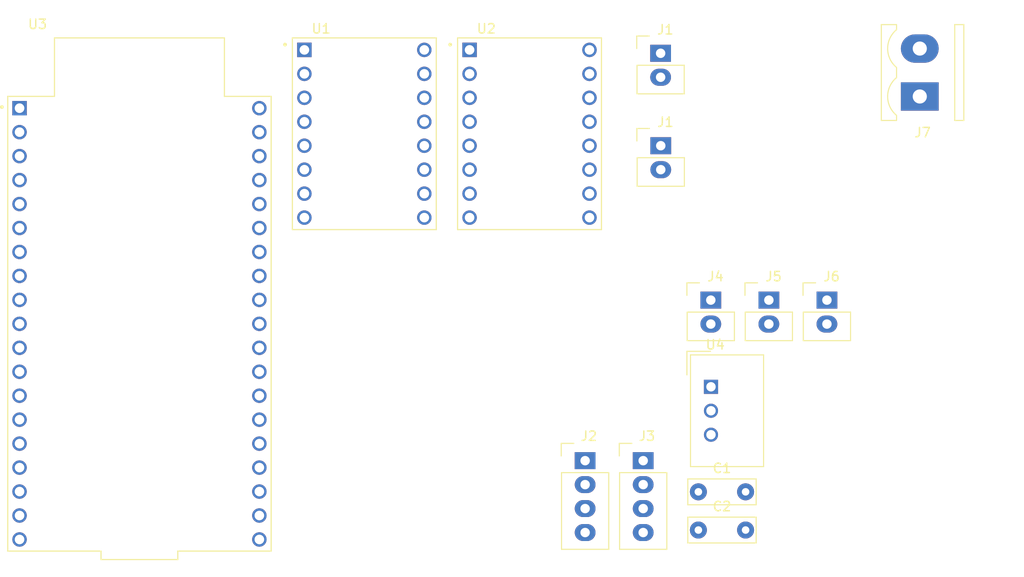
<source format=kicad_pcb>
(kicad_pcb (version 20240108) (generator "pcbnew") (generator_version "8.0")
  (layers (0 "F.Cu" signal) (31 "B.Cu" signal) (34 "B.Paste" user) (35 "F.Paste" user) (36 "B.SilkS" user "B.Silkscreen") (37 "F.SilkS" user "F.Silkscreen") (38 "B.Mask" user) (39 "F.Mask" user) (44 "Edge.Cuts" user))
  (net 0 "")
  (footprint "Converter_DCDC:Converter_DCDC_TRACO_TSR1-xxxxE_THT" (layer "F.Cu") (at 181.835 82.315)
    (property "Reference" "U4" (at 0.45 -4.46 0) (layer "F.SilkS"))
    (property "Value" "TSR1-2450E")
    (fp_line (start -2.55 -3.76) (end -0.05 -3.76) (stroke (width 0.12)) (layer "F.SilkS"))
    (fp_line (start -2.55 -1.26) (end -2.55 -3.76) (stroke (width 0.12)) (layer "F.SilkS"))
    (fp_line (start -2.17 -3.38) (end -2.17 8.46) (stroke (width 0.12)) (layer "F.SilkS"))
    (fp_line (start -2.17 -3.38) (end 5.57 -3.38) (stroke (width 0.12)) (layer "F.SilkS"))
    (fp_line (start -2.17 8.46) (end 5.57 8.46) (stroke (width 0.12)) (layer "F.SilkS"))
    (fp_line (start 5.57 -3.38) (end 5.57 8.46) (stroke (width 0.12)) (layer "F.SilkS"))
    (pad "1" thru_hole rect (at 0 0) (size 1.5 1.5) (drill 1) (layers "*.Cu" "*.Mask"))
    (pad "2" thru_hole circle (at 0 2.54) (size 1.5 1.5) (drill 1) (layers "*.Cu" "*.Mask"))
    (pad "3" thru_hole circle (at 0 5.08) (size 1.5 1.5) (drill 1) (layers "*.Cu" "*.Mask"))
  )
  (footprint "FootprintGamelGe2_v8.0:Autocom4" (layer "F.Cu") (at 168.505 90.145)
    (property "Reference" "J2" (at 0.4 -2.6 0) (layer "F.SilkS"))
    (property "Value" "Autocom4")
    (fp_line (start -2.53 -1.83) (end -1.2 -1.83) (stroke (width 0.12)) (layer "F.SilkS"))
    (fp_line (start -2.53 -0.5) (end -2.53 -1.83) (stroke (width 0.12)) (layer "F.SilkS"))
    (fp_line (start -2.5 1.27) (end -2.5 9.4) (stroke (width 0.12)) (layer "F.SilkS"))
    (fp_line (start -2.5 1.27) (end 2.5 1.27) (stroke (width 0.12)) (layer "F.SilkS"))
    (fp_line (start -2.5 9.4) (end 2.5 9.4) (stroke (width 0.12)) (layer "F.SilkS"))
    (fp_line (start 2.5 1.3) (end 2.5 9.4) (stroke (width 0.12)) (layer "F.SilkS"))
    (pad "1" thru_hole rect (at 0 0) (size 2.2 1.8) (drill 1) (layers "*.Cu" "*.Mask"))
    (pad "2" thru_hole oval (at 0 2.54) (size 2.2 1.8) (drill 1) (layers "*.Cu" "*.Mask"))
    (pad "3" thru_hole oval (at 0 5.08) (size 2.2 1.8) (drill 1) (layers "*.Cu" "*.Mask"))
    (pad "4" thru_hole oval (at 0 7.62) (size 2.2 1.8) (drill 1) (layers "*.Cu" "*.Mask"))
  )
  (footprint "A4988_STEPPER_MOTOR_DRIVER_CARRIER:MODULE_A4988_STEPPER_MOTOR_DRIVER_CARRIER" (layer "F.Cu") (at 145.12 55.49)
    (property "Reference" "U1" (at -4.575 -11.135 0) (layer "F.SilkS"))
    (property "Value" "STEPPER_MOTOR_DRIVER_BIGTREETECH_TMC2209")
    (fp_line (start -7.62 -10.16) (end 7.62 -10.16) (stroke (width 0.127)) (layer "F.SilkS"))
    (fp_line (start -7.62 10.16) (end -7.62 -10.16) (stroke (width 0.127)) (layer "F.SilkS"))
    (fp_line (start 7.62 -10.16) (end 7.62 10.16) (stroke (width 0.127)) (layer "F.SilkS"))
    (fp_line (start 7.62 10.16) (end -7.62 10.16) (stroke (width 0.127)) (layer "F.SilkS"))
    (fp_circle (center -8.4 -9.45) (end -8.3 -9.45) (stroke (width 0.2)) (fill none) (layer "F.SilkS"))
    (pad "1" thru_hole rect (at -6.35 -8.89) (size 1.53 1.53) (drill 1.02) (layers "*.Cu" "*.Mask"))
    (pad "2" thru_hole circle (at -6.35 -6.35) (size 1.53 1.53) (drill 1.02) (layers "*.Cu" "*.Mask"))
    (pad "3" thru_hole circle (at -6.35 -3.81) (size 1.53 1.53) (drill 1.02) (layers "*.Cu" "*.Mask"))
    (pad "4" thru_hole circle (at -6.35 -1.27) (size 1.53 1.53) (drill 1.02) (layers "*.Cu" "*.Mask"))
    (pad "5" thru_hole circle (at -6.35 1.27) (size 1.53 1.53) (drill 1.02) (layers "*.Cu" "*.Mask"))
    (pad "6" thru_hole circle (at -6.35 3.81) (size 1.53 1.53) (drill 1.02) (layers "*.Cu" "*.Mask"))
    (pad "7" thru_hole circle (at -6.35 6.35) (size 1.53 1.53) (drill 1.02) (layers "*.Cu" "*.Mask"))
    (pad "8" thru_hole circle (at -6.35 8.89) (size 1.53 1.53) (drill 1.02) (layers "*.Cu" "*.Mask"))
    (pad "9" thru_hole circle (at 6.35 8.89) (size 1.53 1.53) (drill 1.02) (layers "*.Cu" "*.Mask"))
    (pad "10" thru_hole circle (at 6.35 6.35) (size 1.53 1.53) (drill 1.02) (layers "*.Cu" "*.Mask"))
    (pad "11" thru_hole circle (at 6.35 3.81) (size 1.53 1.53) (drill 1.02) (layers "*.Cu" "*.Mask"))
    (pad "12" thru_hole circle (at 6.35 1.27) (size 1.53 1.53) (drill 1.02) (layers "*.Cu" "*.Mask"))
    (pad "13" thru_hole circle (at 6.35 -1.27) (size 1.53 1.53) (drill 1.02) (layers "*.Cu" "*.Mask"))
    (pad "14" thru_hole circle (at 6.35 -3.81) (size 1.53 1.53) (drill 1.02) (layers "*.Cu" "*.Mask"))
    (pad "15" thru_hole circle (at 6.35 -6.35) (size 1.53 1.53) (drill 1.02) (layers "*.Cu" "*.Mask"))
    (pad "16" thru_hole circle (at 6.35 -8.89) (size 1.53 1.53) (drill 1.02) (layers "*.Cu" "*.Mask"))
  )
  (footprint "FootprintGamelGe2_v8.0:C_Rect_L7.0mm_W2.5mm_P5.00mm" (layer "F.Cu") (at 180.5 93.45)
    (property "Reference" "C1" (at 2.5 -2.5 0) (layer "F.SilkS"))
    (property "Value" "C")
    (fp_line (start -1.12 -1.37) (end -1.12 1.37) (stroke (width 0.12)) (layer "F.SilkS"))
    (fp_line (start -1.12 -1.37) (end 6.12 -1.37) (stroke (width 0.12)) (layer "F.SilkS"))
    (fp_line (start -1.12 1.37) (end 6.12 1.37) (stroke (width 0.12)) (layer "F.SilkS"))
    (fp_line (start 6.12 -1.37) (end 6.12 1.37) (stroke (width 0.12)) (layer "F.SilkS"))
    (pad "1" thru_hole circle (at 0 0) (size 1.8 1.8) (drill 0.8) (layers "*.Cu" "*.Mask"))
    (pad "2" thru_hole circle (at 5 0) (size 1.8 1.8) (drill 0.8) (layers "*.Cu" "*.Mask"))
  )
  (footprint "A4988_STEPPER_MOTOR_DRIVER_CARRIER:MODULE_A4988_STEPPER_MOTOR_DRIVER_CARRIER" (layer "F.Cu") (at 162.615 55.49)
    (property "Reference" "U2" (at -4.575 -11.135 0) (layer "F.SilkS"))
    (property "Value" "STEPPER_MOTOR_DRIVER_BIGTREETECH_TMC2209")
    (fp_line (start -7.62 -10.16) (end 7.62 -10.16) (stroke (width 0.127)) (layer "F.SilkS"))
    (fp_line (start -7.62 10.16) (end -7.62 -10.16) (stroke (width 0.127)) (layer "F.SilkS"))
    (fp_line (start 7.62 -10.16) (end 7.62 10.16) (stroke (width 0.127)) (layer "F.SilkS"))
    (fp_line (start 7.62 10.16) (end -7.62 10.16) (stroke (width 0.127)) (layer "F.SilkS"))
    (fp_circle (center -8.4 -9.45) (end -8.3 -9.45) (stroke (width 0.2)) (fill none) (layer "F.SilkS"))
    (pad "1" thru_hole rect (at -6.35 -8.89) (size 1.53 1.53) (drill 1.02) (layers "*.Cu" "*.Mask"))
    (pad "2" thru_hole circle (at -6.35 -6.35) (size 1.53 1.53) (drill 1.02) (layers "*.Cu" "*.Mask"))
    (pad "3" thru_hole circle (at -6.35 -3.81) (size 1.53 1.53) (drill 1.02) (layers "*.Cu" "*.Mask"))
    (pad "4" thru_hole circle (at -6.35 -1.27) (size 1.53 1.53) (drill 1.02) (layers "*.Cu" "*.Mask"))
    (pad "5" thru_hole circle (at -6.35 1.27) (size 1.53 1.53) (drill 1.02) (layers "*.Cu" "*.Mask"))
    (pad "6" thru_hole circle (at -6.35 3.81) (size 1.53 1.53) (drill 1.02) (layers "*.Cu" "*.Mask"))
    (pad "7" thru_hole circle (at -6.35 6.35) (size 1.53 1.53) (drill 1.02) (layers "*.Cu" "*.Mask"))
    (pad "8" thru_hole circle (at -6.35 8.89) (size 1.53 1.53) (drill 1.02) (layers "*.Cu" "*.Mask"))
    (pad "9" thru_hole circle (at 6.35 8.89) (size 1.53 1.53) (drill 1.02) (layers "*.Cu" "*.Mask"))
    (pad "10" thru_hole circle (at 6.35 6.35) (size 1.53 1.53) (drill 1.02) (layers "*.Cu" "*.Mask"))
    (pad "11" thru_hole circle (at 6.35 3.81) (size 1.53 1.53) (drill 1.02) (layers "*.Cu" "*.Mask"))
    (pad "12" thru_hole circle (at 6.35 1.27) (size 1.53 1.53) (drill 1.02) (layers "*.Cu" "*.Mask"))
    (pad "13" thru_hole circle (at 6.35 -1.27) (size 1.53 1.53) (drill 1.02) (layers "*.Cu" "*.Mask"))
    (pad "14" thru_hole circle (at 6.35 -3.81) (size 1.53 1.53) (drill 1.02) (layers "*.Cu" "*.Mask"))
    (pad "15" thru_hole circle (at 6.35 -6.35) (size 1.53 1.53) (drill 1.02) (layers "*.Cu" "*.Mask"))
    (pad "16" thru_hole circle (at 6.35 -8.89) (size 1.53 1.53) (drill 1.02) (layers "*.Cu" "*.Mask"))
  )
  (footprint "FootprintGamelGe2_v8.0:Autocom4" (layer "F.Cu") (at 174.655 90.145)
    (property "Reference" "J3" (at 0.4 -2.6 0) (layer "F.SilkS"))
    (property "Value" "Autocom4")
    (fp_line (start -2.53 -1.83) (end -1.2 -1.83) (stroke (width 0.12)) (layer "F.SilkS"))
    (fp_line (start -2.53 -0.5) (end -2.53 -1.83) (stroke (width 0.12)) (layer "F.SilkS"))
    (fp_line (start -2.5 1.27) (end -2.5 9.4) (stroke (width 0.12)) (layer "F.SilkS"))
    (fp_line (start -2.5 1.27) (end 2.5 1.27) (stroke (width 0.12)) (layer "F.SilkS"))
    (fp_line (start -2.5 9.4) (end 2.5 9.4) (stroke (width 0.12)) (layer "F.SilkS"))
    (fp_line (start 2.5 1.3) (end 2.5 9.4) (stroke (width 0.12)) (layer "F.SilkS"))
    (pad "1" thru_hole rect (at 0 0) (size 2.2 1.8) (drill 1) (layers "*.Cu" "*.Mask"))
    (pad "2" thru_hole oval (at 0 2.54) (size 2.2 1.8) (drill 1) (layers "*.Cu" "*.Mask"))
    (pad "3" thru_hole oval (at 0 5.08) (size 2.2 1.8) (drill 1) (layers "*.Cu" "*.Mask"))
    (pad "4" thru_hole oval (at 0 7.62) (size 2.2 1.8) (drill 1) (layers "*.Cu" "*.Mask"))
  )
  (footprint "FootprintGamelGe2_v8.0:C_Rect_L7.0mm_W2.5mm_P5.00mm" (layer "F.Cu") (at 180.5 97.5)
    (property "Reference" "C2" (at 2.5 -2.5 0) (layer "F.SilkS"))
    (property "Value" "C")
    (fp_line (start -1.12 -1.37) (end -1.12 1.37) (stroke (width 0.12)) (layer "F.SilkS"))
    (fp_line (start -1.12 -1.37) (end 6.12 -1.37) (stroke (width 0.12)) (layer "F.SilkS"))
    (fp_line (start -1.12 1.37) (end 6.12 1.37) (stroke (width 0.12)) (layer "F.SilkS"))
    (fp_line (start 6.12 -1.37) (end 6.12 1.37) (stroke (width 0.12)) (layer "F.SilkS"))
    (pad "1" thru_hole circle (at 0 0) (size 1.8 1.8) (drill 0.8) (layers "*.Cu" "*.Mask"))
    (pad "2" thru_hole circle (at 5 0) (size 1.8 1.8) (drill 0.8) (layers "*.Cu" "*.Mask"))
  )
  (footprint "FootprintGamelGe2_v8.0:Autocom2" (layer "F.Cu") (at 181.815 73.125)
    (property "Reference" "J4" (at 0.5 -2.5 0) (layer "F.SilkS"))
    (property "Value" "Autocom2")
    (fp_line (start -2.53 -1.83) (end -1.2 -1.83) (stroke (width 0.12)) (layer "F.SilkS"))
    (fp_line (start -2.53 -0.5) (end -2.53 -1.83) (stroke (width 0.12)) (layer "F.SilkS"))
    (fp_line (start -2.5 1.27) (end 2.5 1.27) (stroke (width 0.12)) (layer "F.SilkS"))
    (fp_line (start -2.5 1.3) (end -2.5 4.3) (stroke (width 0.12)) (layer "F.SilkS"))
    (fp_line (start -2.5 4.3) (end 2.5 4.3) (stroke (width 0.12)) (layer "F.SilkS"))
    (fp_line (start 2.5 1.27) (end 2.5 4.3) (stroke (width 0.12)) (layer "F.SilkS"))
    (pad "1" thru_hole rect (at 0 0) (size 2.2 1.8) (drill 1) (layers "*.Cu" "*.Mask"))
    (pad "2" thru_hole oval (at 0 2.54) (size 2.2 1.8) (drill 1) (layers "*.Cu" "*.Mask"))
  )
  (footprint "FootprintGamelGe2_v8.0:Autocom2" (layer "F.Cu") (at 194.115 73.125)
    (property "Reference" "J6" (at 0.5 -2.5 0) (layer "F.SilkS"))
    (property "Value" "Autocom2")
    (fp_line (start -2.53 -1.83) (end -1.2 -1.83) (stroke (width 0.12)) (layer "F.SilkS"))
    (fp_line (start -2.53 -0.5) (end -2.53 -1.83) (stroke (width 0.12)) (layer "F.SilkS"))
    (fp_line (start -2.5 1.27) (end 2.5 1.27) (stroke (width 0.12)) (layer "F.SilkS"))
    (fp_line (start -2.5 1.3) (end -2.5 4.3) (stroke (width 0.12)) (layer "F.SilkS"))
    (fp_line (start -2.5 4.3) (end 2.5 4.3) (stroke (width 0.12)) (layer "F.SilkS"))
    (fp_line (start 2.5 1.27) (end 2.5 4.3) (stroke (width 0.12)) (layer "F.SilkS"))
    (pad "1" thru_hole rect (at 0 0) (size 2.2 1.8) (drill 1) (layers "*.Cu" "*.Mask"))
    (pad "2" thru_hole oval (at 0 2.54) (size 2.2 1.8) (drill 1) (layers "*.Cu" "*.Mask"))
  )
  (footprint "FootprintGamelGe2_v8.0:Autocom2" (layer "F.Cu") (at 176.5 46.96)
    (property "Reference" "J1" (at 0.5 -2.5 0) (layer "F.SilkS"))
    (property "Value" "Autocom2")
    (fp_line (start -2.53 -1.83) (end -1.2 -1.83) (stroke (width 0.12)) (layer "F.SilkS"))
    (fp_line (start -2.53 -0.5) (end -2.53 -1.83) (stroke (width 0.12)) (layer "F.SilkS"))
    (fp_line (start -2.5 1.27) (end 2.5 1.27) (stroke (width 0.12)) (layer "F.SilkS"))
    (fp_line (start -2.5 1.3) (end -2.5 4.3) (stroke (width 0.12)) (layer "F.SilkS"))
    (fp_line (start -2.5 4.3) (end 2.5 4.3) (stroke (width 0.12)) (layer "F.SilkS"))
    (fp_line (start 2.5 1.27) (end 2.5 4.3) (stroke (width 0.12)) (layer "F.SilkS"))
    (pad "1" thru_hole rect (at 0 0) (size 2.2 1.8) (drill 1) (layers "*.Cu" "*.Mask"))
    (pad "2" thru_hole oval (at 0 2.54) (size 2.2 1.8) (drill 1) (layers "*.Cu" "*.Mask"))
  )
  (footprint "FootprintGamelGe2_v8.0:Autocom2" (layer "F.Cu") (at 187.965 73.125)
    (property "Reference" "J5" (at 0.5 -2.5 0) (layer "F.SilkS"))
    (property "Value" "Autocom2")
    (fp_line (start -2.53 -1.83) (end -1.2 -1.83) (stroke (width 0.12)) (layer "F.SilkS"))
    (fp_line (start -2.53 -0.5) (end -2.53 -1.83) (stroke (width 0.12)) (layer "F.SilkS"))
    (fp_line (start -2.5 1.27) (end 2.5 1.27) (stroke (width 0.12)) (layer "F.SilkS"))
    (fp_line (start -2.5 1.3) (end -2.5 4.3) (stroke (width 0.12)) (layer "F.SilkS"))
    (fp_line (start -2.5 4.3) (end 2.5 4.3) (stroke (width 0.12)) (layer "F.SilkS"))
    (fp_line (start 2.5 1.27) (end 2.5 4.3) (stroke (width 0.12)) (layer "F.SilkS"))
    (pad "1" thru_hole rect (at 0 0) (size 2.2 1.8) (drill 1) (layers "*.Cu" "*.Mask"))
    (pad "2" thru_hole oval (at 0 2.54) (size 2.2 1.8) (drill 1) (layers "*.Cu" "*.Mask"))
  )
  (footprint "FootprintGamelGe2_v8.0:Autocom2" (layer "F.Cu") (at 176.515 56.7575)
    (property "Reference" "J1" (at 0.5 -2.5 0) (layer "F.SilkS"))
    (property "Value" "Autocom2")
    (fp_line (start -2.53 -1.83) (end -1.2 -1.83) (stroke (width 0.12)) (layer "F.SilkS"))
    (fp_line (start -2.53 -0.5) (end -2.53 -1.83) (stroke (width 0.12)) (layer "F.SilkS"))
    (fp_line (start -2.5 1.27) (end 2.5 1.27) (stroke (width 0.12)) (layer "F.SilkS"))
    (fp_line (start -2.5 1.3) (end -2.5 4.3) (stroke (width 0.12)) (layer "F.SilkS"))
    (fp_line (start -2.5 4.3) (end 2.5 4.3) (stroke (width 0.12)) (layer "F.SilkS"))
    (fp_line (start 2.5 1.27) (end 2.5 4.3) (stroke (width 0.12)) (layer "F.SilkS"))
    (pad "1" thru_hole rect (at 0 0) (size 2.2 1.8) (drill 1) (layers "*.Cu" "*.Mask"))
    (pad "2" thru_hole oval (at 0 2.54) (size 2.2 1.8) (drill 1) (layers "*.Cu" "*.Mask"))
  )
  (footprint "ESP32-DEVKITC:MODULE_ESP32-DEVKITC" (layer "F.Cu") (at 121.3 75.63)
    (property "Reference" "U3" (at -10.795 -31.75 0) (layer "F.SilkS"))
    (property "Value" "ESP32-DEVKITC")
    (fp_line (start -13.95 -24.1) (end -13.95 24.1) (stroke (width 0.127)) (layer "F.SilkS"))
    (fp_line (start -13.95 24.1) (end -4.07 24.1) (stroke (width 0.127)) (layer "F.SilkS"))
    (fp_line (start -9 -30.3) (end 9 -30.3) (stroke (width 0.127)) (layer "F.SilkS"))
    (fp_line (start -9 -24.1) (end -13.95 -24.1) (stroke (width 0.127)) (layer "F.SilkS"))
    (fp_line (start -9 -24.1) (end -9 -30.3) (stroke (width 0.127)) (layer "F.SilkS"))
    (fp_line (start -4.07 24.1) (end -4.07 25) (stroke (width 0.127)) (layer "F.SilkS"))
    (fp_line (start -4.07 25) (end 4.06 25) (stroke (width 0.127)) (layer "F.SilkS"))
    (fp_line (start 4.06 24.1) (end 13.95 24.1) (stroke (width 0.127)) (layer "F.SilkS"))
    (fp_line (start 4.06 25) (end 4.06 24.1) (stroke (width 0.127)) (layer "F.SilkS"))
    (fp_line (start 9 -30.3) (end 9 -24.1) (stroke (width 0.127)) (layer "F.SilkS"))
    (fp_line (start 13.95 -24.1) (end 9 -24.1) (stroke (width 0.127)) (layer "F.SilkS"))
    (fp_line (start 13.95 24.1) (end 13.95 -24.1) (stroke (width 0.127)) (layer "F.SilkS"))
    (fp_circle (center -14.57 -22.97) (end -14.47 -22.97) (stroke (width 0.2)) (fill none) (layer "F.SilkS"))
    (pad "1" thru_hole rect (at -12.7 -22.85) (size 1.53 1.53) (drill 1.02) (layers "*.Cu" "*.Mask"))
    (pad "2" thru_hole circle (at -12.7 -20.31) (size 1.53 1.53) (drill 1.02) (layers "*.Cu" "*.Mask"))
    (pad "3" thru_hole circle (at -12.7 -17.77) (size 1.53 1.53) (drill 1.02) (layers "*.Cu" "*.Mask"))
    (pad "4" thru_hole circle (at -12.7 -15.23) (size 1.53 1.53) (drill 1.02) (layers "*.Cu" "*.Mask"))
    (pad "5" thru_hole circle (at -12.7 -12.69) (size 1.53 1.53) (drill 1.02) (layers "*.Cu" "*.Mask"))
    (pad "6" thru_hole circle (at -12.7 -10.15) (size 1.53 1.53) (drill 1.02) (layers "*.Cu" "*.Mask"))
    (pad "7" thru_hole circle (at -12.7 -7.61) (size 1.53 1.53) (drill 1.02) (layers "*.Cu" "*.Mask"))
    (pad "8" thru_hole circle (at -12.7 -5.07) (size 1.53 1.53) (drill 1.02) (layers "*.Cu" "*.Mask"))
    (pad "9" thru_hole circle (at -12.7 -2.53) (size 1.53 1.53) (drill 1.02) (layers "*.Cu" "*.Mask"))
    (pad "10" thru_hole circle (at -12.7 0.01) (size 1.53 1.53) (drill 1.02) (layers "*.Cu" "*.Mask"))
    (pad "11" thru_hole circle (at -12.7 2.55) (size 1.53 1.53) (drill 1.02) (layers "*.Cu" "*.Mask"))
    (pad "12" thru_hole circle (at -12.7 5.09) (size 1.53 1.53) (drill 1.02) (layers "*.Cu" "*.Mask"))
    (pad "13" thru_hole circle (at -12.7 7.63) (size 1.53 1.53) (drill 1.02) (layers "*.Cu" "*.Mask"))
    (pad "14" thru_hole circle (at -12.7 10.17) (size 1.53 1.53) (drill 1.02) (layers "*.Cu" "*.Mask"))
    (pad "15" thru_hole circle (at -12.7 12.71) (size 1.53 1.53) (drill 1.02) (layers "*.Cu" "*.Mask"))
    (pad "16" thru_hole circle (at -12.7 15.25) (size 1.53 1.53) (drill 1.02) (layers "*.Cu" "*.Mask"))
    (pad "17" thru_hole circle (at -12.7 17.79) (size 1.53 1.53) (drill 1.02) (layers "*.Cu" "*.Mask"))
    (pad "18" thru_hole circle (at -12.7 20.33) (size 1.53 1.53) (drill 1.02) (layers "*.Cu" "*.Mask"))
    (pad "19" thru_hole circle (at -12.7 22.87) (size 1.53 1.53) (drill 1.02) (layers "*.Cu" "*.Mask"))
    (pad "20" thru_hole circle (at 12.7 22.87) (size 1.53 1.53) (drill 1.02) (layers "*.Cu" "*.Mask"))
    (pad "21" thru_hole circle (at 12.7 20.33) (size 1.53 1.53) (drill 1.02) (layers "*.Cu" "*.Mask"))
    (pad "22" thru_hole circle (at 12.7 17.79) (size 1.53 1.53) (drill 1.02) (layers "*.Cu" "*.Mask"))
    (pad "23" thru_hole circle (at 12.7 15.25) (size 1.53 1.53) (drill 1.02) (layers "*.Cu" "*.Mask"))
    (pad "24" thru_hole circle (at 12.7 12.71) (size 1.53 1.53) (drill 1.02) (layers "*.Cu" "*.Mask"))
    (pad "25" thru_hole circle (at 12.7 10.17) (size 1.53 1.53) (drill 1.02) (layers "*.Cu" "*.Mask"))
    (pad "26" thru_hole circle (at 12.7 7.63) (size 1.53 1.53) (drill 1.02) (layers "*.Cu" "*.Mask"))
    (pad "27" thru_hole circle (at 12.7 5.09) (size 1.53 1.53) (drill 1.02) (layers "*.Cu" "*.Mask"))
    (pad "28" thru_hole circle (at 12.7 2.55) (size 1.53 1.53) (drill 1.02) (layers "*.Cu" "*.Mask"))
    (pad "29" thru_hole circle (at 12.7 0.01) (size 1.53 1.53) (drill 1.02) (layers "*.Cu" "*.Mask"))
    (pad "30" thru_hole circle (at 12.7 -2.53) (size 1.53 1.53) (drill 1.02) (layers "*.Cu" "*.Mask"))
    (pad "31" thru_hole circle (at 12.7 -5.07) (size 1.53 1.53) (drill 1.02) (layers "*.Cu" "*.Mask"))
    (pad "32" thru_hole circle (at 12.7 -7.61) (size 1.53 1.53) (drill 1.02) (layers "*.Cu" "*.Mask"))
    (pad "33" thru_hole circle (at 12.7 -10.15) (size 1.53 1.53) (drill 1.02) (layers "*.Cu" "*.Mask"))
    (pad "34" thru_hole circle (at 12.7 -12.69) (size 1.53 1.53) (drill 1.02) (layers "*.Cu" "*.Mask"))
    (pad "35" thru_hole circle (at 12.7 -15.23) (size 1.53 1.53) (drill 1.02) (layers "*.Cu" "*.Mask"))
    (pad "36" thru_hole circle (at 12.7 -17.77) (size 1.53 1.53) (drill 1.02) (layers "*.Cu" "*.Mask"))
    (pad "37" thru_hole circle (at 12.7 -20.31) (size 1.53 1.53) (drill 1.02) (layers "*.Cu" "*.Mask"))
    (pad "38" thru_hole circle (at 12.7 -22.85) (size 1.53 1.53) (drill 1.02) (layers "*.Cu" "*.Mask"))
  )
  (footprint "FootprintGamelGe2_v8.0:OmnimateSL-5,08_1x02_P5.08mm_Vertical" (layer "F.Cu") (at 203.95 46.46 -90)
    (property "Reference" "J7" (at 8.9 -0.3 360) (layer "F.SilkS"))
    (property "Value" "Omnimate2")
    (fp_line (start -2.54 4.072) (end 7.62 4.072) (stroke (width 0.12)) (layer "F.SilkS"))
    (fp_line (start -2.54 4.072) (end -2.54 2.4972) (stroke (width 0.12)) (layer "F.SilkS"))
    (fp_line (start 7.62 4.072) (end 7.62 2.4972) (stroke (width 0.12)) (layer "F.SilkS"))
    (fp_line (start -2 2.462) (end -2.54 2.462) (stroke (width 0.12)) (layer "F.SilkS"))
    (fp_line (start 2 2.462) (end 3.08 2.462) (stroke (width 0.12)) (layer "F.SilkS"))
    (fp_line (start 7.62 2.462) (end 7.08 2.462) (stroke (width 0.12)) (layer "F.SilkS"))
    (fp_line (start -2.54 -3.7) (end 7.62 -3.7) (stroke (width 0.12)) (layer "F.SilkS"))
    (fp_line (start -2.54 -3.7) (end -2.54 -4.664) (stroke (width 0.12)) (layer "F.SilkS"))
    (fp_line (start 7.62 -3.7) (end 7.62 -4.664) (stroke (width 0.12)) (layer "F.SilkS"))
    (fp_line (start -2.54 -4.664) (end 7.62 -4.664) (stroke (width 0.12)) (layer "F.SilkS"))
    (fp_arc (start 1.986842 2.477821) (mid -0.010289 3.404758) (end -2 2.462) (stroke (width 0.12)) (layer "F.SilkS"))
    (fp_arc (start 7.066842 2.477821) (mid 5.069711 3.404758) (end 3.08 2.462) (stroke (width 0.12)) (layer "F.SilkS"))
    (pad "1" thru_hole rect (at 5.08 0 270) (size 3 4) (drill 1.5) (layers "*.Cu" "*.Mask"))
    (pad "2" thru_hole oval (at 0 0 270) (size 3 4) (drill 1.5) (layers "*.Cu" "*.Mask"))
  )
)
</source>
